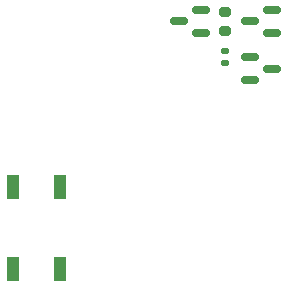
<source format=gbr>
%TF.GenerationSoftware,KiCad,Pcbnew,(6.0.9)*%
%TF.CreationDate,2023-01-21T18:50:51-09:00*%
%TF.ProjectId,CONTROLLER_Stick,434f4e54-524f-44c4-9c45-525f53746963,rev?*%
%TF.SameCoordinates,Original*%
%TF.FileFunction,Paste,Top*%
%TF.FilePolarity,Positive*%
%FSLAX46Y46*%
G04 Gerber Fmt 4.6, Leading zero omitted, Abs format (unit mm)*
G04 Created by KiCad (PCBNEW (6.0.9)) date 2023-01-21 18:50:51*
%MOMM*%
%LPD*%
G01*
G04 APERTURE LIST*
G04 Aperture macros list*
%AMRoundRect*
0 Rectangle with rounded corners*
0 $1 Rounding radius*
0 $2 $3 $4 $5 $6 $7 $8 $9 X,Y pos of 4 corners*
0 Add a 4 corners polygon primitive as box body*
4,1,4,$2,$3,$4,$5,$6,$7,$8,$9,$2,$3,0*
0 Add four circle primitives for the rounded corners*
1,1,$1+$1,$2,$3*
1,1,$1+$1,$4,$5*
1,1,$1+$1,$6,$7*
1,1,$1+$1,$8,$9*
0 Add four rect primitives between the rounded corners*
20,1,$1+$1,$2,$3,$4,$5,0*
20,1,$1+$1,$4,$5,$6,$7,0*
20,1,$1+$1,$6,$7,$8,$9,0*
20,1,$1+$1,$8,$9,$2,$3,0*%
G04 Aperture macros list end*
%ADD10RoundRect,0.200000X-0.275000X0.200000X-0.275000X-0.200000X0.275000X-0.200000X0.275000X0.200000X0*%
%ADD11RoundRect,0.150000X-0.587500X-0.150000X0.587500X-0.150000X0.587500X0.150000X-0.587500X0.150000X0*%
%ADD12RoundRect,0.150000X0.587500X0.150000X-0.587500X0.150000X-0.587500X-0.150000X0.587500X-0.150000X0*%
%ADD13RoundRect,0.135000X-0.185000X0.135000X-0.185000X-0.135000X0.185000X-0.135000X0.185000X0.135000X0*%
%ADD14R,1.000000X2.000000*%
G04 APERTURE END LIST*
D10*
%TO.C,R1*%
X26000000Y-2175000D03*
X26000000Y-3825000D03*
%TD*%
D11*
%TO.C,Q3*%
X28062500Y-6050000D03*
X28062500Y-7950000D03*
X29937500Y-7000000D03*
%TD*%
D12*
%TO.C,Q2*%
X29937500Y-3950000D03*
X29937500Y-2050000D03*
X28062500Y-3000000D03*
%TD*%
%TO.C,Q1*%
X23937500Y-3950000D03*
X23937500Y-2050000D03*
X22062500Y-3000000D03*
%TD*%
D13*
%TO.C,R2*%
X26000000Y-5490000D03*
X26000000Y-6510000D03*
%TD*%
D14*
%TO.C,SW1*%
X8000000Y-24000000D03*
X8000000Y-17000000D03*
X12000000Y-24000000D03*
X12000000Y-17000000D03*
%TD*%
M02*

</source>
